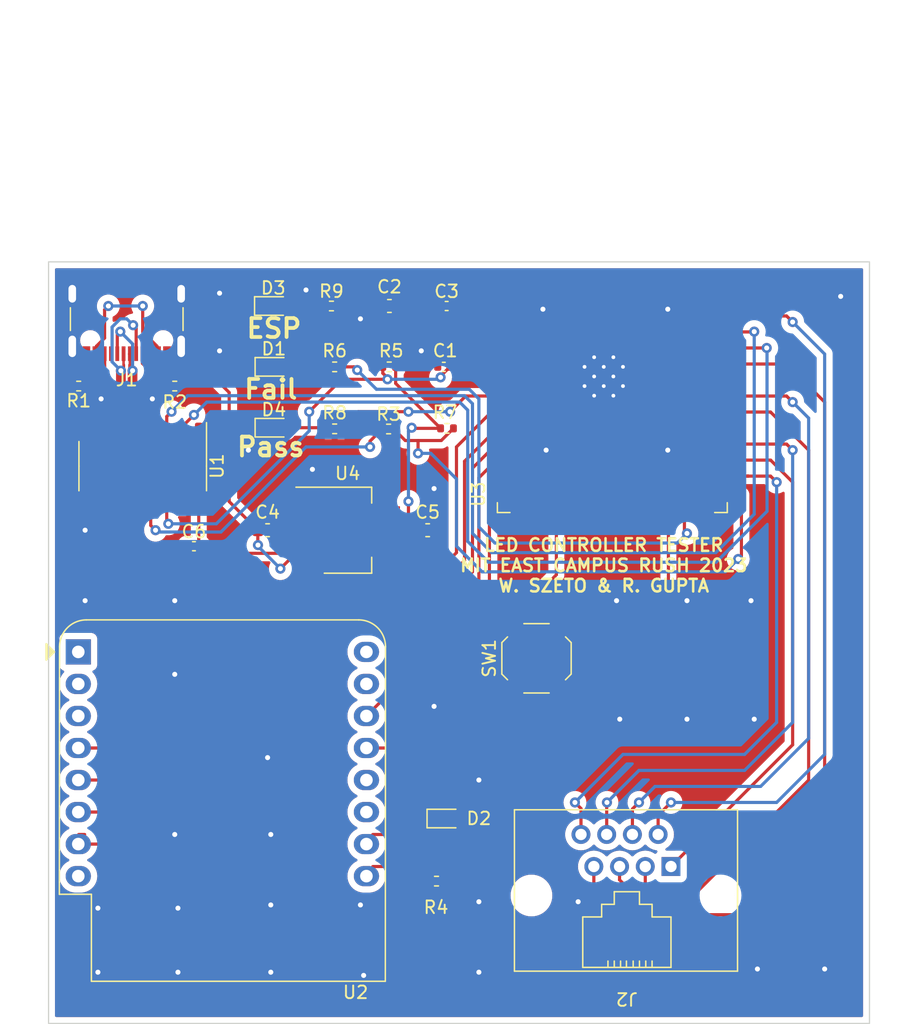
<source format=kicad_pcb>
(kicad_pcb (version 20211014) (generator pcbnew)
  (layers (0 "F.Cu" signal) (31 "B.Cu" signal) (34 "B.Paste" user) (35 "F.Paste" user) (36 "B.SilkS" user "B.Silkscreen") (37 "F.SilkS" user "F.Silkscreen") (38 "B.Mask" user) (39 "F.Mask" user) (44 "Edge.Cuts" user))
  (net 0 "")
  (net 1 "/RST")
  (net 2 "GND")
  (net 3 "+3.3V")
  (net 4 "+5V")
  (net 5 "/WEMOS_GND")
  (net 6 "Net-(D2-Pad2)")
  (net 7 "Net-(D4-Pad2)")
  (net 8 "Net-(J1-PadA5)")
  (net 9 "/D+")
  (net 10 "/D-")
  (net 12 "Net-(J1-PadB5)")
  (net 14 "Net-(R3-Pad1)")
  (net 15 "/GPI0O")
  (net 16 "Net-(R4-Pad2)")
  (net 17 "Net-(U3-Pad8)")
  (net 18 "/TXD")
  (net 19 "/RXD")
  (net 30 "/W_SIG")
  (net 31 "/B_SIG")
  (net 32 "/R_SIG")
  (net 33 "/G_SIG")
  (net 37 "/ARGB1")
  (net 38 "/ARGB2")
  (net 46 "/SW1")
  (net 55 "/PIN1_GOOD")
  (net 56 "/PIN2_GOOD")
  (net 57 "/PIN3_GOOD")
  (net 58 "/PIN4_GOOD")
  (net 59 "/PIN5_GOOD")
  (net 60 "/PIN6_GOOD")
  (net 61 "/PIN7_GOOD")
  (net 62 "/PIN8_GOOD")
  (net 63 "Net-(U1-Pad16)")
  (net 64 "Net-(D1-Pad2)")
  (net 65 "Net-(U3-Pad24)")
  (net 66 "Net-(D3-Pad2)")
  (net 67 "Net-(U3-Pad2)")
  (footprint "Module:WEMOS_D1_mini_light" (layer "F.Cu") (at 72.357 90.932)
    (fp_text reference "U2")
    (fp_text value "WeMos_D1_mini")
  )
  (footprint "Capacitor_SMD:C_0603_1608Metric" (layer "F.Cu") (at 97.041 63.5 180)
    (fp_text reference "C2")
    (fp_text value "10uF")
  )
  (footprint "Resistor_SMD:R_0402_1005Metric" (layer "F.Cu") (at 100.777231 109.11 180)
    (fp_text reference "R4")
    (fp_text value "1K")
  )
  (footprint "Capacitor_SMD:C_0402_1005Metric" (layer "F.Cu") (at 101.357 68.326 180)
    (fp_text reference "C1")
    (fp_text value "100nF")
  )
  (footprint "Package_TO_SOT_SMD:SOT-223-3_TabPin2" (layer "F.Cu") (at 93.726 81.28)
    (fp_text reference "U4")
    (fp_text value "AMS1117-3.3")
  )
  (footprint "LED_SMD:LED_0603_1608Metric" (layer "F.Cu") (at 87.8275 63.5)
    (fp_text reference "D3")
    (fp_text value "LED")
  )
  (footprint "Resistor_SMD:R_0402_1005Metric" (layer "F.Cu") (at 101.611 73.2028)
    (fp_text reference "R7")
    (fp_text value "10K")
  )
  (footprint "Resistor_SMD:R_0402_1005Metric" (layer "F.Cu") (at 92.6975 68.326 180)
    (fp_text reference "R6")
    (fp_text value "330")
  )
  (footprint "Resistor_SMD:R_0402_1005Metric" (layer "F.Cu") (at 72.39 69.85 180)
    (fp_text reference "R1")
    (fp_text value "5.1K")
  )
  (footprint "Resistor_SMD:R_0402_1005Metric" (layer "F.Cu") (at 80.01 69.85)
    (fp_text reference "R2")
    (fp_text value "5.1K")
  )
  (footprint "Capacitor_SMD:C_0603_1608Metric" (layer "F.Cu") (at 87.376 81.28)
    (fp_text reference "C4")
    (fp_text value "10uF")
  )
  (footprint "WS_LCSC_Connectors:RJ45_5501-88011111" (layer "F.Cu") (at 119.38 107.95 180)
    (fp_text reference "J2")
    (fp_text value "RJ45")
  )
  (footprint "Resistor_SMD:R_0402_1005Metric" (layer "F.Cu") (at 92.6975 73.24 180)
    (fp_text reference "R8")
    (fp_text value "330")
  )
  (footprint "Button_Switch_SMD:SW_SPST_TL3342" (layer "F.Cu") (at 108.712 91.44 90)
    (fp_text reference "SW1")
    (fp_text value "SW_Push")
  )
  (footprint "LED_SMD:LED_0603_1608Metric" (layer "F.Cu") (at 87.8715 68.326)
    (fp_text reference "D1")
    (fp_text value "R_LED")
  )
  (footprint "Capacitor_SMD:C_0402_1005Metric" (layer "F.Cu") (at 81.534 82.55)
    (fp_text reference "C6")
    (fp_text value "100nF")
  )
  (footprint "Resistor_SMD:R_0402_1005Metric" (layer "F.Cu") (at 92.4415 63.5)
    (fp_text reference "R9")
    (fp_text value "1K")
  )
  (footprint "Resistor_SMD:R_0402_1005Metric" (layer "F.Cu") (at 97.028 68.326 180)
    (fp_text reference "R5")
    (fp_text value "10K")
  )
  (footprint "RF_Module:ESP32-WROOM-32" (layer "F.Cu") (at 114.7265 69.998)
    (fp_text reference "U3")
    (fp_text value "ESP32-WROOM-32D")
  )
  (footprint "Package_SO:SOIC-16_3.9x9.9mm_P1.27mm" (layer "F.Cu") (at 77.47 76.2 -90)
    (fp_text reference "U1")
    (fp_text value "CH340C")
  )
  (footprint "Connector_USB:USB_C_Receptacle_Palconn_UTC16-G" (layer "F.Cu") (at 76.2 64.77 180)
    (fp_text reference "J1")
    (fp_text value "USB_C_Receptacle_USB2.0")
  )
  (footprint "Capacitor_SMD:C_0402_1005Metric" (layer "F.Cu") (at 101.583 63.5)
    (fp_text reference "C3")
    (fp_text value "100nF")
  )
  (footprint "LED_SMD:LED_0603_1608Metric" (layer "F.Cu") (at 87.8715 73.152)
    (fp_text reference "D4")
    (fp_text value "G_LED")
  )
  (footprint "LED_SMD:LED_0603_1608Metric" (layer "F.Cu") (at 101.5125 104.145)
    (fp_text reference "D2")
    (fp_text value "LED")
  )
  (footprint "Capacitor_SMD:C_0603_1608Metric" (layer "F.Cu") (at 100.076 81.28)
    (fp_text reference "C5")
    (fp_text value "10uF")
  )
  (footprint "Resistor_SMD:R_0402_1005Metric" (layer "F.Cu") (at 96.9772 73.2536)
    (fp_text reference "R3")
    (fp_text value "220")
  )
  (gr_rect (start 135.128 60) (end 70 120.396) (layer "Edge.Cuts") (width 0.1) (fill none))
  (gr_text "ESP" (at 87.884 65.278) (layer "F.SilkS") (effects (font (size 1.5 1.5) (thickness 0.3))))
  (gr_text "Fail" (at 87.63 70.104) (layer "F.SilkS") (effects (font (size 1.5 1.5) (thickness 0.3))))
  (gr_text "LED CONTROLLER TESTER\nMIT EAST CAMPUS RUSH 2023\nW. SZETO & R. GUPTA" (at 114.046 84.074) (layer "F.SilkS") (effects (font (size 1 1) (thickness 0.2))))
  (gr_text "Pass" (at 87.63 74.676) (layer "F.SilkS") (effects (font (size 1.5 1.5) (thickness 0.3))))
  (segment (start 90.678 71.882) (end 93.248719 69.311281) (width 0.25) (layer "F.Cu") (net 1))
  (segment (start 96.997281 69.311281) (end 96.8865 69.311281) (width 0.25) (layer "F.Cu") (net 1))
  (segment (start 105.5425 64.288) (end 105.9765 64.288) (width 0.25) (layer "F.Cu") (net 1))
  (segment (start 101.837 68.326) (end 101.092 69.071) (width 0.25) (layer "F.Cu") (net 1))
  (segment (start 101.837 67.9935) (end 105.5425 64.288) (width 0.25) (layer "F.Cu") (net 1))
  (segment (start 101.092 69.148447) (end 101.100769 69.157216) (width 0.25) (layer "F.Cu") (net 1))
  (segment (start 101.092 69.088) (end 101.092 69.148447) (width 0.25) (layer "F.Cu") (net 1))
  (segment (start 79.375 78.675) (end 79.375 80.645) (width 0.25) (layer "F.Cu") (net 1))
  (segment (start 93.248719 69.311281) (end 96.8865 69.311281) (width 0.25) (layer "F.Cu") (net 1))
  (segment (start 96.518 68.326) (end 96.518 68.832) (width 0.25) (layer "F.Cu") (net 1))
  (segment (start 101.092 69.071) (end 101.092 69.088) (width 0.25) (layer "F.Cu") (net 1))
  (segment (start 79.375 80.645) (end 79.502 80.772) (width 0.25) (layer "F.Cu") (net 1))
  (segment (start 101.837 68.326) (end 101.837 67.9935) (width 0.25) (layer "F.Cu") (net 1))
  (segment (start 96.518 68.832) (end 96.997281 69.311281) (width 0.25) (layer "F.Cu") (net 1))
  (via (at 96.8865 69.311281) (size 0.8) (drill 0.4) (layers "F.Cu" "B.Cu") (net 1))
  (via (at 101.100769 69.157216) (size 0.8) (drill 0.4) (layers "F.Cu" "B.Cu") (net 1))
  (via (at 90.678 71.882) (size 0.8) (drill 0.4) (layers "F.Cu" "B.Cu") (net 1))
  (via (at 79.502 80.772) (size 0.8) (drill 0.4) (layers "F.Cu" "B.Cu") (net 1))
  (segment (start 90.678 73.406) (end 90.678 71.882) (width 0.25) (layer "B.Cu") (net 1))
  (segment (start 79.502 80.772) (end 83.312 80.772) (width 0.25) (layer "B.Cu") (net 1))
  (segment (start 101.100769 69.157216) (end 100.946704 69.311281) (width 0.25) (layer "B.Cu") (net 1))
  (segment (start 83.312 80.772) (end 90.678 73.406) (width 0.25) (layer "B.Cu") (net 1))
  (segment (start 100.946704 69.311281) (end 96.8865 69.311281) (width 0.25) (layer "B.Cu") (net 1))
  (segment (start 79.94 67.28) (end 80.52 66.7) (width 0.25) (layer "F.Cu") (net 2))
  (segment (start 79.4 67.28) (end 79.94 67.28) (width 0.25) (layer "F.Cu") (net 2))
  (segment (start 72.42 66.7) (end 73 67.28) (width 0.25) (layer "F.Cu") (net 2))
  (segment (start 71.88 66.7) (end 72.42 66.7) (width 0.25) (layer "F.Cu") (net 2))
  (via (at 109.22 63.754) (size 0.8) (drill 0.4) (layers "F.Cu" "B.Cu") (net 2))
  (via (at 100.584 95.25) (size 0.8) (drill 0.4) (layers "F.Cu" "B.Cu") (net 2))
  (via (at 83.566 62.484) (size 0.8) (drill 0.4) (layers "F.Cu" "B.Cu") (net 2))
  (via (at 94.742 64.516) (size 0.8) (drill 0.4) (layers "F.Cu" "B.Cu") (net 2))
  (via (at 72.898 81.28) (size 0.8) (drill 0.4) (layers "F.Cu" "B.Cu") (net 2))
  (via (at 87.63 105.41) (size 0.8) (drill 0.4) (layers "F.Cu" "B.Cu") (net 2))
  (via (at 125.73 86.868) (size 0.8) (drill 0.4) (layers "F.Cu" "B.Cu") (net 2))
  (via (at 131.572 116.078) (size 0.8) (drill 0.4) (layers "F.Cu" "B.Cu") (net 2))
  (via (at 100.584 77.978) (size 0.8) (drill 0.4) (layers "F.Cu" "B.Cu") (net 2))
  (via (at 112.014 110.744) (size 0.8) (drill 0.4) (layers "F.Cu" "B.Cu") (net 2))
  (via (at 120.65 86.868) (size 0.8) (drill 0.4) (layers "F.Cu" "B.Cu") (net 2))
  (via (at 94.742 110.998) (size 0.8) (drill 0.4) (layers "F.Cu" "B.Cu") (net 2))
  (via (at 85.852 74.93) (size 0.8) (drill 0.4) (layers "F.Cu" "B.Cu") (net 2))
  (via (at 80.01 105.41) (size 0.8) (drill 0.4) (layers "F.Cu" "B.Cu") (net 2))
  (via (at 80.264 111.252) (size 0.8) (drill 0.4) (layers "F.Cu" "B.Cu") (net 2))
  (via (at 78.232 70.866) (size 0.8) (drill 0.4) (layers "F.Cu" "B.Cu") (net 2))
  (via (at 125.984 96.266) (size 0.8) (drill 0.4) (layers "F.Cu" "B.Cu") (net 2))
  (via (at 104.14 116.332) (size 0.8) (drill 0.4) (layers "F.Cu" "B.Cu") (net 2))
  (via (at 109.474 74.93) (size 0.8) (drill 0.4) (layers "F.Cu" "B.Cu") (net 2))
  (via (at 115.062 86.868) (size 0.8) (drill 0.4) (layers "F.Cu" "B.Cu") (net 2))
  (via (at 90.932 76.454) (size 0.8) (drill 0.4) (layers "F.Cu" "B.Cu") (net 2))
  (via (at 104.14 110.744) (size 0.8) (drill 0.4) (layers "F.Cu" "B.Cu") (net 2))
  (via (at 73.914 116.332) (size 0.8) (drill 0.4) (layers "F.Cu" "B.Cu") (net 2))
  (via (at 87.63 116.332) (size 0.8) (drill 0.4) (layers "F.Cu" "B.Cu") (net 2))
  (via (at 94.996 116.586) (size 0.8) (drill 0.4) (layers "F.Cu" "B.Cu") (net 2))
  (via (at 119.126 74.93) (size 0.8) (drill 0.4) (layers "F.Cu" "B.Cu") (net 2))
  (via (at 132.842 62.738) (size 0.8) (drill 0.4) (layers "F.Cu" "B.Cu") (net 2))
  (via (at 120.65 96.266) (size 0.8) (drill 0.4) (layers "F.Cu" "B.Cu") (net 2))
  (via (at 115.316 96.266) (size 0.8) (drill 0.4) (layers "F.Cu" "B.Cu") (net 2))
  (via (at 126.238 116.078) (size 0.8) (drill 0.4) (layers "F.Cu" "B.Cu") (net 2))
  (via (at 73.914 111.252) (size 0.8) (drill 0.4) (layers "F.Cu" "B.Cu") (net 2))
  (via (at 119.126 63.754) (size 0.8) (drill 0.4) (layers "F.Cu" "B.Cu") (net 2))
  (via (at 90.424 62.23) (size 0.8) (drill 0.4) (layers "F.Cu" "B.Cu") (net 2))
  (via (at 74.168 70.866) (size 0.8) (drill 0.4) (layers "F.Cu" "B.Cu") (net 2))
  (via (at 80.01 92.71) (size 0.8) (drill 0.4) (layers "F.Cu" "B.Cu") (net 2))
  (via (at 87.376 99.314) (size 0.8) (drill 0.4) (layers "F.Cu" "B.Cu") (net 2))
  (via (at 72.898 86.868) (size 0.8) (drill 0.4) (layers "F.Cu" "B.Cu") (net 2))
  (via (at 99.568 67.056) (size 0.8) (drill 0.4) (layers "F.Cu" "B.Cu") (net 2))
  (via (at 83.566 67.056) (size 0.8) (drill 0.4) (layers "F.Cu" "B.Cu") (net 2))
  (via (at 80.264 116.332) (size 0.8) (drill 0.4) (layers "F.Cu" "B.Cu") (net 2))
  (via (at 104.14 101.092) (size 0.8) (drill 0.4) (layers "F.Cu" "B.Cu") (net 2))
  (via (at 80.01 86.868) (size 0.8) (drill 0.4) (layers "F.Cu" "B.Cu") (net 2))
  (via (at 87.63 110.998) (size 0.8) (drill 0.4) (layers "F.Cu" "B.Cu") (net 2))
  (segment (start 98.552 78.994) (end 98.552 80.531) (width 0.25) (layer "F.Cu") (net 3))
  (segment (start 97.538 69.6398) (end 101.101 73.2028) (width 0.25) (layer "F.Cu") (net 3))
  (segment (start 90.576 81.28) (end 96.876 81.28) (width 0.25) (layer "F.Cu") (net 3))
  (segment (start 88.744 83.112) (end 90.576 81.28) (width 0.25) (layer "F.Cu") (net 3))
  (segment (start 97.538 68.326) (end 97.538 69.6398) (width 0.25) (layer "F.Cu") (net 3))
  (segment (start 81.054 82.55) (end 81.616 83.112) (width 0.25) (layer "F.Cu") (net 3))
  (segment (start 97.816 65.558) (end 97.816 67.028) (width 0.25) (layer "F.Cu") (net 3))
  (segment (start 98.552 80.531) (end 99.301 81.28) (width 0.25) (layer "F.Cu") (net 3))
  (segment (start 98.8568 73.2028) (end 98.806 73.152) (width 0.25) (layer "F.Cu") (net 3))
  (segment (start 97.816 63.5) (end 97.816 65.558) (width 0.25) (layer "F.Cu") (net 3))
  (segment (start 97.816 63.5) (end 101.103 63.5) (width 0.25) (layer "F.Cu") (net 3))
  (segment (start 87.04 63.5) (end 89.098 65.558) (width 0.25) (layer "F.Cu") (net 3))
  (segment (start 101.101 73.2028) (end 98.8568 73.2028) (width 0.25) (layer "F.Cu") (net 3))
  (segment (start 97.538 68.326) (end 97.538 67.306) (width 0.25) (layer "F.Cu") (net 3))
  (segment (start 96.876 81.28) (end 99.301 81.28) (width 0.25) (layer "F.Cu") (net 3))
  (segment (start 89.098 65.558) (end 97.816 65.558) (width 0.25) (layer "F.Cu") (net 3))
  (segment (start 97.538 67.306) (end 97.816 67.028) (width 0.25) (layer "F.Cu") (net 3))
  (segment (start 81.616 83.112) (end 88.744 83.112) (width 0.25) (layer "F.Cu") (net 3))
  (via (at 98.552 78.994) (size 0.8) (drill 0.4) (layers "F.Cu" "B.Cu") (net 3))
  (via (at 98.806 73.152) (size 0.8) (drill 0.4) (layers "F.Cu" "B.Cu") (net 3))
  (segment (start 98.806 73.152) (end 98.552 73.406) (width 0.25) (layer "B.Cu") (net 3))
  (segment (start 98.552 73.406) (end 98.552 78.994) (width 0.25) (layer "B.Cu") (net 3))
  (segment (start 86.601 81.28) (end 86.601 82.537) (width 0.25) (layer "F.Cu") (net 4))
  (segment (start 89.14 83.58) (end 88.392 84.328) (width 0.25) (layer "F.Cu") (net 4))
  (segment (start 90.576 83.58) (end 89.14 83.58) (width 0.25) (layer "F.Cu") (net 4))
  (segment (start 83.058 69.088) (end 84.328 70.358) (width 0.25) (layer "F.Cu") (net 4))
  (segment (start 74.444596 63.797598) (end 74.444596 66.04) (width 0.25) (layer "F.Cu") (net 4))
  (segment (start 84.328 70.358) (end 84.328 79.007) (width 0.25) (layer "F.Cu") (net 4))
  (segment (start 74.444596 66.04) (end 73.8 66.684596) (width 0.25) (layer "F.Cu") (net 4))
  (segment (start 78.6 68.11) (end 79.578 69.088) (width 0.25) (layer "F.Cu") (net 4))
  (segment (start 79.578 69.088) (end 83.058 69.088) (width 0.25) (layer "F.Cu") (net 4))
  (segment (start 73.8 66.684596) (end 73.8 67.28) (width 0.25) (layer "F.Cu") (net 4))
  (segment (start 86.601 82.537) (end 86.614 82.55) (width 0.25) (layer "F.Cu") (net 4))
  (segment (start 84.328 79.007) (end 86.601 81.28) (width 0.25) (layer "F.Cu") (net 4))
  (segment (start 78.6 66.684596) (end 78.6 67.28) (width 0.25) (layer "F.Cu") (net 4))
  (segment (start 78.6 67.28) (end 78.6 68.11) (width 0.25) (layer "F.Cu") (net 4))
  (segment (start 77.47 63.5) (end 77.47 65.554596) (width 0.25) (layer "F.Cu") (net 4))
  (segment (start 86.614 82.55) (end 86.614 82.4605) (width 0.25) (layer "F.Cu") (net 4))
  (segment (start 74.742194 63.5) (end 74.444596 63.797598) (width 0.25) (layer "F.Cu") (net 4))
  (segment (start 77.47 65.554596) (end 78.6 66.684596) (width 0.25) (layer "F.Cu") (net 4))
  (via (at 74.742194 63.5) (size 0.8) (drill 0.4) (layers "F.Cu" "B.Cu") (net 4))
  (via (at 88.392 84.328) (size 0.8) (drill 0.4) (layers "F.Cu" "B.Cu") (net 4))
  (via (at 77.47 63.5) (size 0.8) (drill 0.4) (layers "F.Cu" "B.Cu") (net 4))
  (via (at 86.614 82.4605) (size 0.8) (drill 0.4) (layers "F.Cu" "B.Cu") (net 4))
  (segment (start 86.614 82.55) (end 88.392 84.328) (width 0.25) (layer "B.Cu") (net 4))
  (segment (start 74.742194 63.5) (end 77.47 63.5) (width 0.25) (layer "B.Cu") (net 4))
  (segment (start 86.614 82.4605) (end 86.614 82.55) (width 0.25) (layer "B.Cu") (net 4))
  (segment (start 95.725 105.41) (end 99.46 105.41) (width 0.25) (layer "F.Cu") (net 5))
  (segment (start 99.46 105.41) (end 100.725 104.145) (width 0.25) (layer "F.Cu") (net 5))
  (segment (start 102.3 108.097231) (end 101.287231 109.11) (width 0.25) (layer "F.Cu") (net 6))
  (segment (start 102.3 104.145) (end 102.3 108.097231) (width 0.25) (layer "F.Cu") (net 6))
  (segment (start 92.0995 73.152) (end 92.1875 73.24) (width 0.25) (layer "F.Cu") (net 7))
  (segment (start 88.659 73.152) (end 92.0995 73.152) (width 0.25) (layer "F.Cu") (net 7))
  (segment (start 79.5 69.85) (end 79.248 69.85) (width 0.25) (layer "F.Cu") (net 8))
  (segment (start 79.248 69.85) (end 77.45 68.052) (width 0.25) (layer "F.Cu") (net 8))
  (segment (start 77.45 68.052) (end 77.45 67.28) (width 0.25) (layer "F.Cu") (net 8))
  (segment (start 76.835 73.725) (end 76.6612 73.5512) (width 0.77) (layer "F.Cu") (net 9))
  (segment (start 76.6612 73.5512) (end 76.6612 68.626763) (width 0.77) (layer "F.Cu") (net 9))
  (segment (start 76.42 67.31) (end 76.45 67.28) (width 0.25) (layer "F.Cu") (net 9))
  (segment (start 75.45 65.774) (end 75.692 65.532) (width 0.25) (layer "F.Cu") (net 9))
  (segment (start 76.45 68.150001) (end 76.45 67.28) (width 0.2) (layer "F.Cu") (net 9))
  (segment (start 75.45 67.28) (end 75.45 65.774) (width 0.25) (layer "F.Cu") (net 9))
  (segment (start 76.6612 68.626763) (end 76.665303 68.626763) (width 0.25) (layer "F.Cu") (net 9))
  (segment (start 76.425 68.390563) (end 76.425 68.175001) (width 0.2) (layer "F.Cu") (net 9))
  (segment (start 76.425 68.175001) (end 76.45 68.150001) (width 0.2) (layer "F.Cu") (net 9))
  (segment (start 76.6612 68.626763) (end 76.425 68.390563) (width 0.2) (layer "F.Cu") (net 9))
  (via (at 75.692 65.532) (size 0.8) (drill 0.4) (layers "F.Cu" "B.Cu") (net 9))
  (via (at 76.665303 68.626763) (size 0.8) (drill 0.4) (layers "F.Cu" "B.Cu") (net 9))
  (segment (start 76.665303 66.505303) (end 75.692 65.532) (width 0.25) (layer "B.Cu") (net 9))
  (segment (start 76.665303 68.626763) (end 76.665303 66.505303) (width 0.25) (layer "B.Cu") (net 9))
  (segment (start 75.95 68.150001) (end 75.95 67.28) (width 0.2) (layer "F.Cu") (net 10))
  (segment (start 75.975 68.175001) (end 75.95 68.150001) (width 0.2) (layer "F.Cu") (net 10))
  (segment (start 76.95 67.28) (end 76.95 65.266) (width 0.25) (layer "F.Cu") (net 10))
  (segment (start 75.7388 73.5512) (end 75.7388 68.626763) (width 0.77) (layer "F.Cu") (net 10))
  (segment (start 76.95 65.266) (end 76.708 65.024) (width 0.25) (layer "F.Cu") (net 10))
  (segment (start 75.565 73.725) (end 75.7388 73.5512) (width 0.77) (layer "F.Cu") (net 10))
  (segment (start 75.975 68.390563) (end 75.975 68.175001) (width 0.2) (layer "F.Cu") (net 10))
  (segment (start 75.7388 68.626763) (end 75.975 68.390563) (width 0.2) (layer "F.Cu") (net 10))
  (via (at 76.708 65.024) (size 0.8) (drill 0.4) (layers "F.Cu" "B.Cu") (net 10))
  (via (at 75.7388 68.626763) (size 0.8) (drill 0.4) (layers "F.Cu" "B.Cu") (net 10))
  (segment (start 75.692 64.516) (end 76.2 64.516) (width 0.25) (layer "B.Cu") (net 10))
  (segment (start 75.04 67.927963) (end 75.04 65.168) (width 0.25) (layer "B.Cu") (net 10))
  (segment (start 75.7388 68.626763) (end 75.04 67.927963) (width 0.25) (layer "B.Cu") (net 10))
  (segment (start 76.2 64.516) (end 76.708 65.024) (width 0.25) (layer "B.Cu") (net 10))
  (segment (start 75.04 65.168) (end 75.692 64.516) (width 0.25) (layer "B.Cu") (net 10))
  (segment (start 74.45 68.3) (end 72.9 69.85) (width 0.25) (layer "F.Cu") (net 12))
  (segment (start 74.45 67.28) (end 74.45 68.3) (width 0.25) (layer "F.Cu") (net 12))
  (segment (start 95.504 74.2168) (end 96.4672 73.2536) (width 0.25) (layer "F.Cu") (net 14))
  (segment (start 78.105 80.899) (end 78.486 81.28) (width 0.25) (layer "F.Cu") (net 14))
  (segment (start 78.105 78.675) (end 78.105 80.899) (width 0.25) (layer "F.Cu") (net 14))
  (segment (start 95.504 74.676) (end 95.504 74.2168) (width 0.25) (layer "F.Cu") (net 14))
  (via (at 78.486 81.28) (size 0.8) (drill 0.4) (layers "F.Cu" "B.Cu") (net 14))
  (via (at 95.504 74.676) (size 0.8) (drill 0.4) (layers "F.Cu" "B.Cu") (net 14))
  (segment (start 78.63 81.424) (end 83.676 81.424) (width 0.25) (layer "B.Cu") (net 14))
  (segment (start 83.676 81.424) (end 90.424 74.676) (width 0.25) (layer "B.Cu") (net 14))
  (segment (start 78.486 81.28) (end 78.63 81.424) (width 0.25) (layer "B.Cu") (net 14))
  (segment (start 90.424 74.676) (end 95.504 74.676) (width 0.25) (layer "B.Cu") (net 14))
  (segment (start 99.314 75.184) (end 99.314 74.168) (width 0.25) (layer "F.Cu") (net 15))
  (segment (start 124.74 78.258) (end 124.968 78.486) (width 0.25) (layer "F.Cu") (net 15))
  (segment (start 101.1558 74.168) (end 99.314 74.168) (width 0.25) (layer "F.Cu") (net 15))
  (segment (start 124.968 83.312) (end 124.714 83.566) (width 0.25) (layer "F.Cu") (net 15))
  (segment (start 123.4765 78.258) (end 124.74 78.258) (width 0.25) (layer "F.Cu") (net 15))
  (segment (start 99.314 74.168) (end 98.298 74.168) (width 0.25) (layer "F.Cu") (net 15))
  (segment (start 124.968 78.486) (end 124.968 83.312) (width 0.25) (layer "F.Cu") (net 15))
  (segment (start 102.121 73.2028) (end 101.1558 74.168) (width 0.25) (layer "F.Cu") (net 15))
  (segment (start 97.4872 73.3572) (end 97.4872 73.2536) (width 0.25) (layer "F.Cu") (net 15))
  (segment (start 98.298 74.168) (end 97.4872 73.3572) (width 0.25) (layer "F.Cu") (net 15))
  (via (at 124.714 83.566) (size 0.8) (drill 0.4) (layers "F.Cu" "B.Cu") (net 15))
  (via (at 99.314 75.184) (size 0.8) (drill 0.4) (layers "F.Cu" "B.Cu") (net 15))
  (segment (start 123.698 84.582) (end 104.394 84.582) (width 0.25) (layer "B.Cu") (net 15))
  (segment (start 100.33 75.184) (end 99.314 75.184) (width 0.25) (layer "B.Cu") (net 15))
  (segment (start 102.362 82.55) (end 102.362 77.216) (width 0.25) (layer "B.Cu") (net 15))
  (segment (start 124.714 83.566) (end 123.698 84.582) (width 0.25) (layer "B.Cu") (net 15))
  (segment (start 102.362 77.216) (end 100.33 75.184) (width 0.25) (layer "B.Cu") (net 15))
  (segment (start 104.394 84.582) (end 102.362 82.55) (width 0.25) (layer "B.Cu") (net 15))
  (segment (start 99.107231 107.95) (end 100.267231 109.11) (width 0.25) (layer "F.Cu") (net 16))
  (segment (start 95.725 107.95) (end 99.107231 107.95) (width 0.25) (layer "F.Cu") (net 16))
  (segment (start 93.2075 73.24) (end 94.5655 71.882) (width 0.25) (layer "F.Cu") (net 17))
  (segment (start 94.5655 71.882) (end 98.552 71.882) (width 0.25) (layer "F.Cu") (net 17))
  (segment (start 105.9765 70.638) (end 103.098 70.638) (width 0.25) (layer "F.Cu") (net 17))
  (segment (start 103.098 70.638) (end 101.854 71.882) (width 0.25) (layer "F.Cu") (net 17))
  (via (at 98.552 71.882) (size 0.8) (drill 0.4) (layers "F.Cu" "B.Cu") (net 17))
  (via (at 101.854 71.882) (size 0.8) (drill 0.4) (layers "F.Cu" "B.Cu") (net 17))
  (segment (start 98.552 71.882) (end 101.854 71.882) (width 0.25) (layer "B.Cu") (net 17))
  (segment (start 80.645 73.725) (end 80.645 73.025) (width 0.25) (layer "F.Cu") (net 18))
  (segment (start 126.974 66.828) (end 123.4765 66.828) (width 0.25) (layer "F.Cu") (net 18))
  (segment (start 80.645 73.025) (end 81.534 72.136) (width 0.25) (layer "F.Cu") (net 18))
  (via (at 81.534 72.136) (size 0.8) (drill 0.4) (layers "F.Cu" "B.Cu") (net 18))
  (via (at 126.974 66.828) (size 0.8) (drill 0.4) (layers "F.Cu" "B.Cu") (net 18))
  (segment (start 127 66.854) (end 126.974 66.828) (width 0.25) (layer "B.Cu") (net 18))
  (segment (start 127 79.781158) (end 127 66.854) (width 0.25) (layer "B.Cu") (net 18))
  (segment (start 122.961158 83.82) (end 127 79.781158) (width 0.25) (layer "B.Cu") (net 18))
  (segment (start 103.255 82.173) (end 104.902 83.82) (width 0.25) (layer "B.Cu") (net 18))
  (segment (start 102.616 71.12) (end 103.255 71.759) (width 0.25) (layer "B.Cu") (net 18))
  (segment (start 103.255 71.759) (end 103.255 82.173) (width 0.25) (layer "B.Cu") (net 18))
  (segment (start 81.534 72.136) (end 82.55 71.12) (width 0.25) (layer "B.Cu") (net 18))
  (segment (start 82.55 71.12) (end 102.616 71.12) (width 0.25) (layer "B.Cu") (net 18))
  (segment (start 104.902 83.82) (end 122.961158 83.82) (width 0.25) (layer "B.Cu") (net 18))
  (segment (start 79.375 72.263) (end 79.756 71.882) (width 0.25) (layer "F.Cu") (net 19))
  (segment (start 125.984 65.532) (end 125.958 65.558) (width 0.25) (layer "F.Cu") (net 19))
  (segment (start 125.958 65.558) (end 123.4765 65.558) (width 0.25) (layer "F.Cu") (net 19))
  (segment (start 79.375 73.725) (end 79.375 72.263) (width 0.25) (layer "F.Cu") (net 19))
  (via (at 79.756 71.882) (size 0.8) (drill 0.4) (layers "F.Cu" "B.Cu") (net 19))
  (via (at 125.984 65.532) (size 0.8) (drill 0.4) (layers "F.Cu" "B.Cu") (net 19))
  (segment (start 122.936 83.058) (end 105.156 83.058) (width 0.25) (layer "B.Cu") (net 19))
  (segment (start 125.984 80.01) (end 122.936 83.058) (width 0.25) (layer "B.Cu") (net 19))
  (segment (start 103.632 71.247) (end 102.997 70.612) (width 0.25) (layer "B.Cu") (net 19))
  (segment (start 105.156 83.058) (end 103.632 81.534) (width 0.25) (layer "B.Cu") (net 19))
  (segment (start 103.632 81.534) (end 103.632 71.247) (width 0.25) (layer "B.Cu") (net 19))
  (segment (start 125.984 65.532) (end 125.984 80.01) (width 0.25) (layer "B.Cu") (net 19))
  (segment (start 81.026 70.612) (end 79.756 71.882) (width 0.25) (layer "B.Cu") (net 19))
  (segment (start 102.997 70.612) (end 81.026 70.612) (width 0.25) (layer "B.Cu") (net 19))
  (segment (start 99.314 86.106) (end 102.362 83.058) (width 0.25) (layer "F.Cu") (net 30))
  (segment (start 105.9765 71.908) (end 105.13 71.908) (width 0.25) (layer "F.Cu") (net 30))
  (segment (start 92.71 86.106) (end 99.314 86.106) (width 0.25) (layer "F.Cu") (net 30))
  (segment (start 80.264 98.552) (end 92.71 86.106) (width 0.25) (layer "F.Cu") (net 30))
  (segment (start 72.357 98.552) (end 80.264 98.552) (width 0.25) (layer "F.Cu") (net 30))
  (segment (start 105.13 71.908) (end 102.362 74.676) (width 0.25) (layer "F.Cu") (net 30))
  (segment (start 102.362 83.058) (end 102.362 74.676) (width 0.25) (layer "F.Cu") (net 30))
  (segment (start 103.001 83.689) (end 103.001 75.815) (width 0.25) (layer "F.Cu") (net 31))
  (segment (start 79.248 101.092) (end 93.218 87.122) (width 0.25) (layer "F.Cu") (net 31))
  (segment (start 103.001 75.815) (end 105.638 73.178) (width 0.25) (layer "F.Cu") (net 31))
  (segment (start 105.453 73.18) (end 106.033 73.18) (width 0.25) (layer "F.Cu") (net 31))
  (segment (start 99.568 87.122) (end 103.001 83.689) (width 0.25) (layer "F.Cu") (net 31))
  (segment (start 72.357 101.092) (end 79.248 101.092) (width 0.25) (layer "F.Cu") (net 31))
  (segment (start 105.638 73.178) (end 105.9765 73.178) (width 0.25) (layer "F.Cu") (net 31))
  (segment (start 93.218 87.122) (end 99.568 87.122) (width 0.25) (layer "F.Cu") (net 31))
  (segment (start 100.076 88.138) (end 103.632 84.582) (width 0.25) (layer "F.Cu") (net 32))
  (segment (start 103.632 84.582) (end 103.632 76.3585) (width 0.25) (layer "F.Cu") (net 32))
  (segment (start 93.472 88.138) (end 100.076 88.138) (width 0.25) (layer "F.Cu") (net 32))
  (segment (start 105.5425 74.448) (end 105.9765 74.448) (width 0.25) (layer "F.Cu") (net 32))
  (segment (start 77.978 103.632) (end 93.472 88.138) (width 0.25) (layer "F.Cu") (net 32))
  (segment (start 103.632 76.3585) (end 105.5425 74.448) (width 0.25) (layer "F.Cu") (net 32))
  (segment (start 72.357 103.632) (end 77.978 103.632) (width 0.25) (layer "F.Cu") (net 32))
  (segment (start 94.234 89.154) (end 100.584 89.154) (width 0.25) (layer "F.Cu") (net 33))
  (segment (start 104.14 85.598) (end 104.14 77.1205) (width 0.25) (layer "F.Cu") (net 33))
  (segment (start 72.357 106.172) (end 77.216 106.172) (width 0.25) (layer "F.Cu") (net 33))
  (segment (start 104.14 77.1205) (end 105.5425 75.718) (width 0.25) (layer "F.Cu") (net 33))
  (segment (start 100.584 89.154) (end 104.14 85.598) (width 0.25) (layer "F.Cu") (net 33))
  (segment (start 105.5425 75.718) (end 105.9765 75.718) (width 0.25) (layer "F.Cu") (net 33))
  (segment (start 72.865 105.41) (end 72.39 105.41) (width 0.25) (layer "F.Cu") (net 33))
  (segment (start 77.216 106.172) (end 94.234 89.154) (width 0.25) (layer "F.Cu") (net 33))
  (segment (start 119.1765 89.6115) (end 119.1765 79.508) (width 0.25) (layer "F.Cu") (net 37))
  (segment (start 95.217 98.552) (end 110.236 98.552) (width 0.25) (layer "F.Cu") (net 37))
  (segment (start 110.236 98.552) (end 119.1765 89.6115) (width 0.25) (layer "F.Cu") (net 37))
  (segment (start 105.5425 76.988) (end 105.9765 76.988) (width 0.25) (layer "F.Cu") (net 38))
  (segment (start 95.217 96.012) (end 104.9745 86.2545) (width 0.25) (layer "F.Cu") (net 38))
  (segment (start 104.9745 86.2545) (end 104.9745 77.556) (width 0.25) (layer "F.Cu") (net 38))
  (segment (start 104.9745 77.556) (end 105.5425 76.988) (width 0.25) (layer "F.Cu") (net 38))
  (segment (start 110.2865 79.508) (end 110.2865 84.8155) (width 0.25) (layer "F.Cu") (net 46))
  (segment (start 110.2865 84.8155) (end 106.812 88.29) (width 0.25) (layer "F.Cu") (net 46))
  (segment (start 106.812 88.29) (end 106.812 94.59) (width 0.25) (layer "F.Cu") (net 46))
  (segment (start 119.38 107.95) (end 129.032 98.298) (width 0.25) (layer "F.Cu") (net 55))
  (segment (start 124.972 75.72) (end 124.97 75.718) (width 0.25) (layer "F.Cu") (net 55))
  (segment (start 129.032 77.47) (end 127.282 75.72) (width 0.25) (layer "F.Cu") (net 55))
  (segment (start 124.97 75.718) (end 123.4765 75.718) (width 0.25) (layer "F.Cu") (net 55))
  (segment (start 127.282 75.72) (end 124.972 75.72) (width 0.25) (layer "F.Cu") (net 55))
  (segment (start 129.032 98.298) (end 129.032 77.47) (width 0.25) (layer "F.Cu") (net 55))
  (segment (start 128.552 64.29) (end 124.972 64.29) (width 0.25) (layer "F.Cu") (net 56))
  (segment (start 118.36 103.89) (end 119.38 102.87) (width 0.25) (layer "F.Cu") (net 56))
  (segment (start 129.032 64.77) (end 128.552 64.29) (width 0.25) (layer "F.Cu") (net 56))
  (segment (start 124.972 64.29) (end 124.97 64.288) (width 0.25) (layer "F.Cu") (net 56))
  (segment (start 118.36 105.41) (end 118.36 103.89) (width 0.25) (layer "F.Cu") (net 56))
  (segment (start 124.97 64.288) (end 123.4765 64.288) (width 0.25) (layer "F.Cu") (net 56))
  (via (at 129.032 64.77) (size 0.8) (drill 0.4) (layers "F.Cu" "B.Cu") (net 56))
  (via (at 119.38 102.87) (size 0.8) (drill 0.4) (layers "F.Cu" "B.Cu") (net 56))
  (segment (start 131.572 67.31) (end 131.572 99.06) (width 0.25) (layer "B.Cu") (net 56))
  (segment (start 131.572 99.06) (end 127.762 102.87) (width 0.25) (layer "B.Cu") (net 56))
  (segment (start 127.762 102.87) (end 119.38 102.87) (width 0.25) (layer "B.Cu") (net 56))
  (segment (start 129.032 64.77) (end 131.572 67.31) (width 0.25) (layer "B.Cu") (net 56))
  (segment (start 117.34 109.72) (end 117.34 107.95) (width 0.25) (layer "F.Cu") (net 57))
  (segment (start 124.97 71.908) (end 123.4765 71.908) (width 0.25) (layer "F.Cu") (net 57))
  (segment (start 124.97 71.908) (end 124.972 71.91) (width 0.25) (layer "F.Cu") (net 57))
  (segment (start 118.11 110.49) (end 117.34 109.72) (width 0.25) (layer "F.Cu") (net 57))
  (segment (start 130.302 101.101322) (end 120.913322 110.49) (width 0.25) (layer "F.Cu") (net 57))
  (segment (start 127.282 71.91) (end 130.302 74.93) (width 0.25) (layer "F.Cu") (net 57))
  (segment (start 130.302 74.93) (end 130.302 101.101322) (width 0.25) (layer "F.Cu") (net 57))
  (segment (start 120.913322 110.49) (end 118.11 110.49) (width 0.25) (layer "F.Cu") (net 57))
  (segment (start 124.972 71.91) (end 127.282 71.91) (width 0.25) (layer "F.Cu") (net 57))
  (segment (start 124.972 70.64) (end 124.97 70.638) (width 0.25) (layer "F.Cu") (net 58))
  (segment (start 116.32 105.41) (end 116.32 103.39) (width 0.25) (layer "F.Cu") (net 58))
  (segment (start 124.97 70.638) (end 123.4765 70.638) (width 0.25) (layer "F.Cu") (net 58))
  (segment (start 116.32 103.39) (end 116.84 102.87) (width 0.25) (layer "F.Cu") (net 58))
  (segment (start 129.032 71.12) (end 128.552 70.64) (width 0.25) (layer "F.Cu") (net 58))
  (segment (start 128.552 70.64) (end 124.972 70.64) (width 0.25) (layer "F.Cu") (net 58))
  (via (at 129.032 71.12) (size 0.8) (drill 0.4) (layers "F.Cu" "B.Cu") (net 58))
  (via (at 116.84 102.87) (size 0.8) (drill 0.4) (layers "F.Cu" "B.Cu") (net 58))
  (segment (start 130.302 72.39) (end 130.302 97.79) (width 0.25) (layer "B.Cu") (net 58))
  (segment (start 130.302 97.79) (end 126.492 101.6) (width 0.25) (layer "B.Cu") (net 58))
  (segment (start 118.11 101.6) (end 116.84 102.87) (width 0.25) (layer "B.Cu") (net 58))
  (segment (start 126.492 101.6) (end 118.11 101.6) (width 0.25) (layer "B.Cu") (net 58))
  (segment (start 129.032 71.12) (end 130.302 72.39) (width 0.25) (layer "B.Cu") (net 58))
  (segment (start 115.3 107.95) (end 115.3 109.01066) (width 0.25) (layer "F.Cu") (net 59))
  (segment (start 131.572 71.12) (end 128.552 68.1) (width 0.25) (layer "F.Cu") (net 59))
  (segment (start 124.972 68.1) (end 124.97 68.098) (width 0.25) (layer "F.Cu") (net 59))
  (segment (start 128.552 68.1) (end 124.972 68.1) (width 0.25) (layer "F.Cu") (net 59))
  (segment (start 131.572 105.41) (end 131.572 71.12) (width 0.25) (layer "F.Cu") (net 59))
  (segment (start 124.97 68.098) (end 123.4765 68.098) (width 0.25) (layer "F.Cu") (net 59))
  (segment (start 125.206999 111.775001) (end 118.064341 111.775001) (width 0.25) (layer "F.Cu") (net 59))
  (segment (start 125.206999 111.775001) (end 131.572 105.41) (width 0.25) (layer "F.Cu") (net 59))
  (segment (start 115.3 109.01066) (end 118.064341 111.775001) (width 0.25) (layer "F.Cu") (net 59))
  (segment (start 125.194 74.45) (end 125.192 74.448) (width 0.25) (layer "F.Cu") (net 60))
  (segment (start 114.3 102.87) (end 114.28 102.89) (width 0.25) (layer "F.Cu") (net 60))
  (segment (start 125.192 74.448) (end 123.4765 74.448) (width 0.25) (layer "F.Cu") (net 60))
  (segment (start 114.28 102.89) (end 114.28 105.41) (width 0.25) (layer "F.Cu") (net 60))
  (segment (start 129.032 74.93) (end 128.552 74.45) (width 0.25) (layer "F.Cu") (net 60))
  (segment (start 128.552 74.45) (end 125.194 74.45) (width 0.25) (layer "F.Cu") (net 60))
  (segment (start 125.194 74.45) (end 124.972 74.45) (width 0.25) (layer "F.Cu") (net 60))
  (via (at 114.3 102.87) (size 0.8) (drill 0.4) (layers "F.Cu" "B.Cu") (net 60))
  (via (at 129.032 74.93) (size 0.8) (drill 0.4) (layers "F.Cu" "B.Cu") (net 60))
  (segment (start 129.032 96.52) (end 125.222 100.33) (width 0.25) (layer "B.Cu") (net 60))
  (segment (start 129.032 74.93) (end 129.032 96.52) (width 0.25) (layer "B.Cu") (net 60))
  (segment (start 116.84 100.33) (end 114.3 102.87) (width 0.25) (layer "B.Cu") (net 60))
  (segment (start 116.84 100.33) (end 125.222 100.33) (width 0.25) (layer "B.Cu") (net 60))
  (segment (start 124.972 63.02) (end 124.97 63.018) (width 0.25) (layer "F.Cu") (net 61))
  (segment (start 125.222 114.3) (end 118.11 114.3) (width 0.25) (layer "F.Cu") (net 61))
  (segment (start 113.26 109.45) (end 118.11 114.3) (width 0.25) (layer "F.Cu") (net 61))
  (segment (start 125.448 63.02) (end 124.972 63.02) (width 0.25) (layer "F.Cu") (net 61))
  (segment (start 125.222 114.3) (end 132.842 106.68) (width 0.25) (layer "F.Cu") (net 61))
  (segment (start 132.842 106.68) (end 132.842 66.04) (width 0.25) (layer "F.Cu") (net 61))
  (segment (start 132.842 66.04) (end 129.822 63.02) (width 0.25) (layer "F.Cu") (net 61))
  (segment (start 129.822 63.02) (end 125.448 63.02) (width 0.25) (layer "F.Cu") (net 61))
  (segment (start 125.448 63.02) (end 125.446 63.018) (width 0.25) (layer "F.Cu") (net 61))
  (segment (start 124.97 63.018) (end 123.4765 63.018) (width 0.25) (layer "F.Cu") (net 61))
  (segment (start 113.26 107.95) (end 113.26 109.45) (width 0.25) (layer "F.Cu") (net 61))
  (segment (start 127.282 76.99) (end 125.504 76.99) (width 0.25) (layer "F.Cu") (net 62))
  (segment (start 124.972 76.99) (end 124.97 76.988) (width 0.25) (layer "F.Cu") (net 62))
  (segment (start 127.762 77.47) (end 127.282 76.99) (width 0.25) (layer "F.Cu") (net 62))
  (segment (start 125.502 76.988) (end 123.4765 76.988) (width 0.25) (layer "F.Cu") (net 62))
  (segment (start 112.24 105.41) (end 112.24 103.35) (width 0.25) (layer "F.Cu") (net 62))
  (segment (start 125.504 76.99) (end 124.972 76.99) (width 0.25) (layer "F.Cu") (net 62))
  (segment (start 125.504 76.99) (end 125.502 76.988) (width 0.25) (layer "F.Cu") (net 62))
  (segment (start 112.24 103.35) (end 111.76 102.87) (width 0.25) (layer "F.Cu") (net 62))
  (via (at 127.762 77.47) (size 0.8) (drill 0.4) (layers "F.Cu" "B.Cu") (net 62))
  (via (at 111.76 102.87) (size 0.8) (drill 0.4) (layers "F.Cu" "B.Cu") (net 62))
  (segment (start 111.76 102.87) (end 115.57 99.06) (width 0.25) (layer "B.Cu") (net 62))
  (segment (start 125.222 99.06) (end 127.762 96.52) (width 0.25) (layer "B.Cu") (net 62))
  (segment (start 125.222 99.06) (end 115.57 99.06) (width 0.25) (layer "B.Cu") (net 62))
  (segment (start 127.762 96.52) (end 127.762 77.47) (width 0.25) (layer "B.Cu") (net 62))
  (segment (start 81.915 82.451) (end 82.014 82.55) (width 0.25) (layer "F.Cu") (net 63))
  (segment (start 81.915 78.675) (end 81.915 82.451) (width 0.25) (layer "F.Cu") (net 63))
  (segment (start 81.915 78.401486) (end 81.915 78.675) (width 0.25) (layer "F.Cu") (net 63))
  (segment (start 78.105 74.591486) (end 81.915 78.401486) (width 0.25) (layer "F.Cu") (net 63))
  (segment (start 78.105 73.725) (end 78.105 74.591486) (width 0.25) (layer "F.Cu") (net 63))
  (segment (start 88.659 68.326) (end 92.1875 68.326) (width 0.25) (layer "F.Cu") (net 64))
  (segment (start 94.234 68.326) (end 94.488 68.58) (width 0.25) (layer "F.Cu") (net 65))
  (segment (start 93.2075 68.326) (end 94.234 68.326) (width 0.25) (layer "F.Cu") (net 65))
  (segment (start 120.4465 81.3305) (end 120.65 81.534) (width 0.25) (layer "F.Cu") (net 65))
  (segment (start 120.4465 79.508) (end 120.4465 81.3305) (width 0.25) (layer "F.Cu") (net 65))
  (via (at 94.488 68.58) (size 0.8) (drill 0.4) (layers "F.Cu" "B.Cu") (net 65))
  (via (at 120.65 81.534) (size 0.8) (drill 0.4) (layers "F.Cu" "B.Cu") (net 65))
  (segment (start 119.888 82.296) (end 120.65 81.534) (width 0.25) (layer "B.Cu") (net 65))
  (segment (start 103.378 70.104) (end 104.14 70.866) (width 0.25) (layer "B.Cu") (net 65))
  (segment (start 96.012 70.104) (end 103.378 70.104) (width 0.25) (layer "B.Cu") (net 65))
  (segment (start 94.488 68.58) (end 96.012 70.104) (width 0.25) (layer "B.Cu") (net 65))
  (segment (start 105.41 82.296) (end 119.888 82.296) (width 0.25) (layer "B.Cu") (net 65))
  (segment (start 104.14 70.866) (end 104.14 81.026) (width 0.25) (layer "B.Cu") (net 65))
  (segment (start 104.14 81.026) (end 105.41 82.296) (width 0.25) (layer "B.Cu") (net 65))
  (segment (start 91.9315 63.5) (end 88.615 63.5) (width 0.25) (layer "F.Cu") (net 66))
  (segment (start 105.4425 62.484) (end 105.9765 63.018) (width 0.25) (layer "F.Cu") (net 67))
  (segment (start 92.9515 63.5) (end 92.964 63.5) (width 0.25) (layer "F.Cu") (net 67))
  (segment (start 92.9515 63.5) (end 93.9675 62.484) (width 0.25) (layer "F.Cu") (net 67))
  (segment (start 93.9675 62.484) (end 105.4425 62.484) (width 0.25) (layer "F.Cu") (net 67))
  (zone (net 2) (net_name "GND") (layers F&B.Cu) (name "GND") (connect_pads yes (clearance 0.508)) (min_thickness 0.2) (fill yes (thermal_gap 0.508) (thermal_bridge_width 0.508))
    (polygon (pts (xy 134.874 120.142) (xy 69.85 120.142) (xy 69.85 59.885) (xy 134.874 59.69)))
  )
)
</source>
